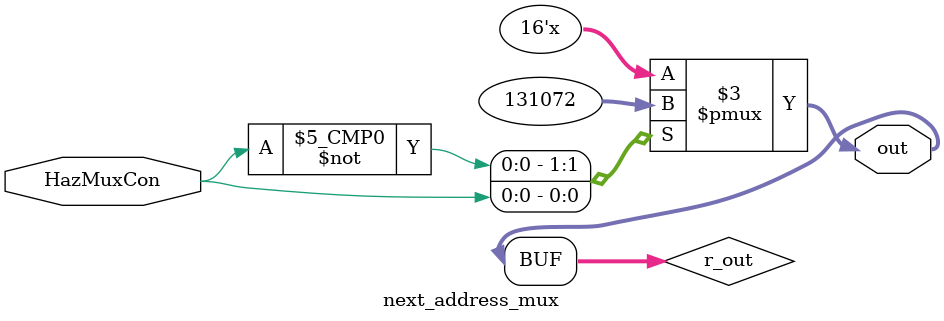
<source format=v>
module next_address_mux(HazMuxCon, out);

//I/O ports
output wire [15:0] out;
input wire HazMuxCon;


//temp register
reg [15:0] r_out = 16'b0;;


//if a stall, pass adder 0, if no stall, passs adder 2 for pc +2


always @(*)
begin
	//The two inputs can be from any of the other blocks, these are just example values.
	case (HazMuxCon)
		1'b0: r_out = 16'h002; 
		1'b1: r_out = 16'h000;
	endcase
end
assign out = r_out;
endmodule

</source>
